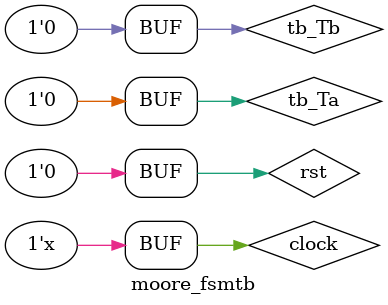
<source format=v>
`timescale 1ns/1ps

module moore_fsm (input_Ta, input_Tb, clk, La, Lb, reset);

input input_Ta, input_Tb, clk, reset;
output reg [1:0] La, Lb;

parameter S0 = 3'b000, S1 = 3'b010, S2 = 3'b011, S3 = 3'b100, S4 = 3'b101, S5 = 3'b110;
parameter red = 2'b00, yellow = 2'b01, green = 2'b10;

reg [2:0] current_state;

always @(posedge clk, posedge reset)
begin

  if(reset) begin
    current_state <= S0;
    La <= green;
    Lb <= red;
    end

  else begin
    case(current_state)
    S0: begin
        if(input_Ta) begin
          current_state <= S0;
          La <= green;
          Lb <= red;
        end

        else begin
          current_state <= S1;
          La <= yellow;
          Lb <= red;
          end
        end

    S1: begin
        current_state <= S2;
        La <= yellow;
        Lb <= red;
        end

    S2: begin
        current_state <= S3;
        La <= red;
        Lb <= green;
        end

    S3: begin
        if(input_Tb) begin
          current_state <= S3;
          La <= red;
          Lb <= green;
        end

        else begin
          current_state <= S4;
          La <= red;
          Lb <= yellow;
          end
        end

    S4: begin
        current_state <= S5;
        La <= red;
        Lb <= yellow;
        end

    S5: begin
        current_state <= S0;
        La <= green;
        Lb <= red;
        end
    default:begin
            current_state <= S0;
            La <= green;
            Lb <= red;
            end
    endcase
  end
end
endmodule // moore_fsm

//Testbench for the moore_fsm.
module moore_fsmtb;

wire [1:0] tb_La, tb_Lb;
reg rst, clock;
reg tb_Ta, tb_Tb;

moore_fsm uut (tb_Ta, tb_Tb, clock, tb_La, tb_Lb, rst);

  initial begin

    $dumpfile ("moore_fsm_out.vcd");
    $dumpvars(0,moore_fsmtb);

    //These initial statements are very important- without which the next always block
    //will not work

    rst = 1;
    clock = 0;
    #50

    //each test case for input-output has been covered below
    rst = 0;  tb_Ta = 1; tb_Tb = 0;  #10;
    rst = 0;  tb_Ta = 0; tb_Tb = 0;  #10;
    rst = 0;  tb_Ta = 0; tb_Tb = 1;  #10;
    rst = 0;  tb_Ta = 1; tb_Tb = 0;  #10;
    rst = 0;  tb_Ta = 0; tb_Tb = 1;  #10;
    rst = 0;  tb_Ta = 0; tb_Tb = 0;  #10;
    rst = 0;  tb_Ta = 1; tb_Tb = 1;  #10;
    rst = 0;  tb_Ta = 1; tb_Tb = 0;  #10;
    rst = 0;  tb_Ta = 0; tb_Tb = 0;  #10;



  end

always
#5 clock=~clock;

endmodule

</source>
